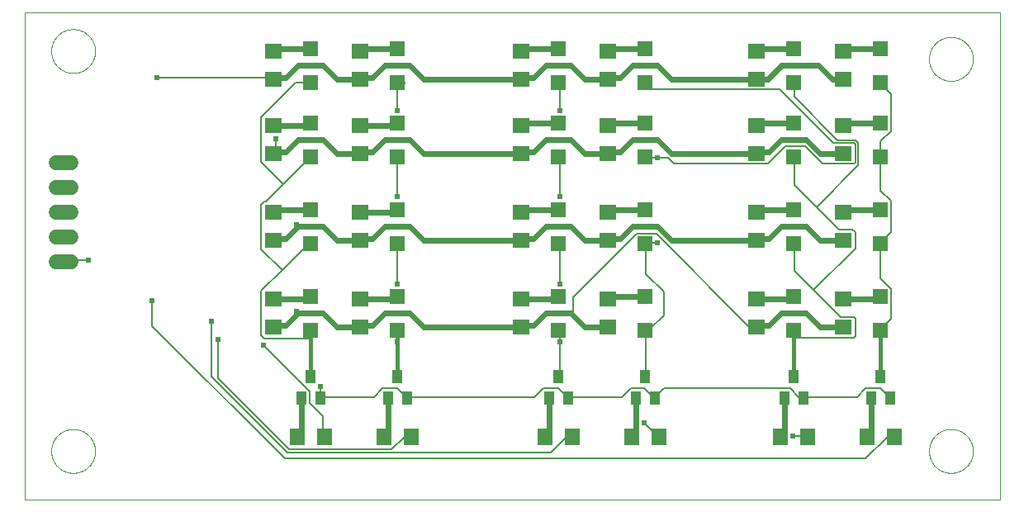
<source format=gtl>
G75*
%MOIN*%
%OFA0B0*%
%FSLAX25Y25*%
%IPPOS*%
%LPD*%
%AMOC8*
5,1,8,0,0,1.08239X$1,22.5*
%
%ADD10C,0.00000*%
%ADD11C,0.06000*%
%ADD12R,0.05906X0.05906*%
%ADD13R,0.07098X0.06299*%
%ADD14R,0.06299X0.07098*%
%ADD15R,0.03937X0.05512*%
%ADD16C,0.02400*%
%ADD17C,0.00600*%
%ADD18C,0.02400*%
%ADD19C,0.01600*%
D10*
X0001000Y0001000D02*
X0001000Y0197850D01*
X0394701Y0197850D01*
X0394701Y0001000D01*
X0001000Y0001000D01*
X0011827Y0020685D02*
X0011830Y0020902D01*
X0011838Y0021120D01*
X0011851Y0021337D01*
X0011870Y0021553D01*
X0011894Y0021769D01*
X0011923Y0021985D01*
X0011957Y0022199D01*
X0011997Y0022413D01*
X0012042Y0022626D01*
X0012092Y0022837D01*
X0012148Y0023048D01*
X0012208Y0023256D01*
X0012274Y0023464D01*
X0012345Y0023669D01*
X0012421Y0023873D01*
X0012501Y0024075D01*
X0012587Y0024275D01*
X0012677Y0024472D01*
X0012773Y0024668D01*
X0012873Y0024861D01*
X0012978Y0025051D01*
X0013087Y0025239D01*
X0013201Y0025424D01*
X0013320Y0025606D01*
X0013443Y0025786D01*
X0013570Y0025962D01*
X0013702Y0026135D01*
X0013838Y0026304D01*
X0013978Y0026471D01*
X0014122Y0026634D01*
X0014270Y0026793D01*
X0014421Y0026949D01*
X0014577Y0027100D01*
X0014736Y0027248D01*
X0014899Y0027392D01*
X0015066Y0027532D01*
X0015235Y0027668D01*
X0015408Y0027800D01*
X0015584Y0027927D01*
X0015764Y0028050D01*
X0015946Y0028169D01*
X0016131Y0028283D01*
X0016319Y0028392D01*
X0016509Y0028497D01*
X0016702Y0028597D01*
X0016898Y0028693D01*
X0017095Y0028783D01*
X0017295Y0028869D01*
X0017497Y0028949D01*
X0017701Y0029025D01*
X0017906Y0029096D01*
X0018114Y0029162D01*
X0018322Y0029222D01*
X0018533Y0029278D01*
X0018744Y0029328D01*
X0018957Y0029373D01*
X0019171Y0029413D01*
X0019385Y0029447D01*
X0019601Y0029476D01*
X0019817Y0029500D01*
X0020033Y0029519D01*
X0020250Y0029532D01*
X0020468Y0029540D01*
X0020685Y0029543D01*
X0020902Y0029540D01*
X0021120Y0029532D01*
X0021337Y0029519D01*
X0021553Y0029500D01*
X0021769Y0029476D01*
X0021985Y0029447D01*
X0022199Y0029413D01*
X0022413Y0029373D01*
X0022626Y0029328D01*
X0022837Y0029278D01*
X0023048Y0029222D01*
X0023256Y0029162D01*
X0023464Y0029096D01*
X0023669Y0029025D01*
X0023873Y0028949D01*
X0024075Y0028869D01*
X0024275Y0028783D01*
X0024472Y0028693D01*
X0024668Y0028597D01*
X0024861Y0028497D01*
X0025051Y0028392D01*
X0025239Y0028283D01*
X0025424Y0028169D01*
X0025606Y0028050D01*
X0025786Y0027927D01*
X0025962Y0027800D01*
X0026135Y0027668D01*
X0026304Y0027532D01*
X0026471Y0027392D01*
X0026634Y0027248D01*
X0026793Y0027100D01*
X0026949Y0026949D01*
X0027100Y0026793D01*
X0027248Y0026634D01*
X0027392Y0026471D01*
X0027532Y0026304D01*
X0027668Y0026135D01*
X0027800Y0025962D01*
X0027927Y0025786D01*
X0028050Y0025606D01*
X0028169Y0025424D01*
X0028283Y0025239D01*
X0028392Y0025051D01*
X0028497Y0024861D01*
X0028597Y0024668D01*
X0028693Y0024472D01*
X0028783Y0024275D01*
X0028869Y0024075D01*
X0028949Y0023873D01*
X0029025Y0023669D01*
X0029096Y0023464D01*
X0029162Y0023256D01*
X0029222Y0023048D01*
X0029278Y0022837D01*
X0029328Y0022626D01*
X0029373Y0022413D01*
X0029413Y0022199D01*
X0029447Y0021985D01*
X0029476Y0021769D01*
X0029500Y0021553D01*
X0029519Y0021337D01*
X0029532Y0021120D01*
X0029540Y0020902D01*
X0029543Y0020685D01*
X0029540Y0020468D01*
X0029532Y0020250D01*
X0029519Y0020033D01*
X0029500Y0019817D01*
X0029476Y0019601D01*
X0029447Y0019385D01*
X0029413Y0019171D01*
X0029373Y0018957D01*
X0029328Y0018744D01*
X0029278Y0018533D01*
X0029222Y0018322D01*
X0029162Y0018114D01*
X0029096Y0017906D01*
X0029025Y0017701D01*
X0028949Y0017497D01*
X0028869Y0017295D01*
X0028783Y0017095D01*
X0028693Y0016898D01*
X0028597Y0016702D01*
X0028497Y0016509D01*
X0028392Y0016319D01*
X0028283Y0016131D01*
X0028169Y0015946D01*
X0028050Y0015764D01*
X0027927Y0015584D01*
X0027800Y0015408D01*
X0027668Y0015235D01*
X0027532Y0015066D01*
X0027392Y0014899D01*
X0027248Y0014736D01*
X0027100Y0014577D01*
X0026949Y0014421D01*
X0026793Y0014270D01*
X0026634Y0014122D01*
X0026471Y0013978D01*
X0026304Y0013838D01*
X0026135Y0013702D01*
X0025962Y0013570D01*
X0025786Y0013443D01*
X0025606Y0013320D01*
X0025424Y0013201D01*
X0025239Y0013087D01*
X0025051Y0012978D01*
X0024861Y0012873D01*
X0024668Y0012773D01*
X0024472Y0012677D01*
X0024275Y0012587D01*
X0024075Y0012501D01*
X0023873Y0012421D01*
X0023669Y0012345D01*
X0023464Y0012274D01*
X0023256Y0012208D01*
X0023048Y0012148D01*
X0022837Y0012092D01*
X0022626Y0012042D01*
X0022413Y0011997D01*
X0022199Y0011957D01*
X0021985Y0011923D01*
X0021769Y0011894D01*
X0021553Y0011870D01*
X0021337Y0011851D01*
X0021120Y0011838D01*
X0020902Y0011830D01*
X0020685Y0011827D01*
X0020468Y0011830D01*
X0020250Y0011838D01*
X0020033Y0011851D01*
X0019817Y0011870D01*
X0019601Y0011894D01*
X0019385Y0011923D01*
X0019171Y0011957D01*
X0018957Y0011997D01*
X0018744Y0012042D01*
X0018533Y0012092D01*
X0018322Y0012148D01*
X0018114Y0012208D01*
X0017906Y0012274D01*
X0017701Y0012345D01*
X0017497Y0012421D01*
X0017295Y0012501D01*
X0017095Y0012587D01*
X0016898Y0012677D01*
X0016702Y0012773D01*
X0016509Y0012873D01*
X0016319Y0012978D01*
X0016131Y0013087D01*
X0015946Y0013201D01*
X0015764Y0013320D01*
X0015584Y0013443D01*
X0015408Y0013570D01*
X0015235Y0013702D01*
X0015066Y0013838D01*
X0014899Y0013978D01*
X0014736Y0014122D01*
X0014577Y0014270D01*
X0014421Y0014421D01*
X0014270Y0014577D01*
X0014122Y0014736D01*
X0013978Y0014899D01*
X0013838Y0015066D01*
X0013702Y0015235D01*
X0013570Y0015408D01*
X0013443Y0015584D01*
X0013320Y0015764D01*
X0013201Y0015946D01*
X0013087Y0016131D01*
X0012978Y0016319D01*
X0012873Y0016509D01*
X0012773Y0016702D01*
X0012677Y0016898D01*
X0012587Y0017095D01*
X0012501Y0017295D01*
X0012421Y0017497D01*
X0012345Y0017701D01*
X0012274Y0017906D01*
X0012208Y0018114D01*
X0012148Y0018322D01*
X0012092Y0018533D01*
X0012042Y0018744D01*
X0011997Y0018957D01*
X0011957Y0019171D01*
X0011923Y0019385D01*
X0011894Y0019601D01*
X0011870Y0019817D01*
X0011851Y0020033D01*
X0011838Y0020250D01*
X0011830Y0020468D01*
X0011827Y0020685D01*
X0011827Y0182102D02*
X0011830Y0182319D01*
X0011838Y0182537D01*
X0011851Y0182754D01*
X0011870Y0182970D01*
X0011894Y0183186D01*
X0011923Y0183402D01*
X0011957Y0183616D01*
X0011997Y0183830D01*
X0012042Y0184043D01*
X0012092Y0184254D01*
X0012148Y0184465D01*
X0012208Y0184673D01*
X0012274Y0184881D01*
X0012345Y0185086D01*
X0012421Y0185290D01*
X0012501Y0185492D01*
X0012587Y0185692D01*
X0012677Y0185889D01*
X0012773Y0186085D01*
X0012873Y0186278D01*
X0012978Y0186468D01*
X0013087Y0186656D01*
X0013201Y0186841D01*
X0013320Y0187023D01*
X0013443Y0187203D01*
X0013570Y0187379D01*
X0013702Y0187552D01*
X0013838Y0187721D01*
X0013978Y0187888D01*
X0014122Y0188051D01*
X0014270Y0188210D01*
X0014421Y0188366D01*
X0014577Y0188517D01*
X0014736Y0188665D01*
X0014899Y0188809D01*
X0015066Y0188949D01*
X0015235Y0189085D01*
X0015408Y0189217D01*
X0015584Y0189344D01*
X0015764Y0189467D01*
X0015946Y0189586D01*
X0016131Y0189700D01*
X0016319Y0189809D01*
X0016509Y0189914D01*
X0016702Y0190014D01*
X0016898Y0190110D01*
X0017095Y0190200D01*
X0017295Y0190286D01*
X0017497Y0190366D01*
X0017701Y0190442D01*
X0017906Y0190513D01*
X0018114Y0190579D01*
X0018322Y0190639D01*
X0018533Y0190695D01*
X0018744Y0190745D01*
X0018957Y0190790D01*
X0019171Y0190830D01*
X0019385Y0190864D01*
X0019601Y0190893D01*
X0019817Y0190917D01*
X0020033Y0190936D01*
X0020250Y0190949D01*
X0020468Y0190957D01*
X0020685Y0190960D01*
X0020902Y0190957D01*
X0021120Y0190949D01*
X0021337Y0190936D01*
X0021553Y0190917D01*
X0021769Y0190893D01*
X0021985Y0190864D01*
X0022199Y0190830D01*
X0022413Y0190790D01*
X0022626Y0190745D01*
X0022837Y0190695D01*
X0023048Y0190639D01*
X0023256Y0190579D01*
X0023464Y0190513D01*
X0023669Y0190442D01*
X0023873Y0190366D01*
X0024075Y0190286D01*
X0024275Y0190200D01*
X0024472Y0190110D01*
X0024668Y0190014D01*
X0024861Y0189914D01*
X0025051Y0189809D01*
X0025239Y0189700D01*
X0025424Y0189586D01*
X0025606Y0189467D01*
X0025786Y0189344D01*
X0025962Y0189217D01*
X0026135Y0189085D01*
X0026304Y0188949D01*
X0026471Y0188809D01*
X0026634Y0188665D01*
X0026793Y0188517D01*
X0026949Y0188366D01*
X0027100Y0188210D01*
X0027248Y0188051D01*
X0027392Y0187888D01*
X0027532Y0187721D01*
X0027668Y0187552D01*
X0027800Y0187379D01*
X0027927Y0187203D01*
X0028050Y0187023D01*
X0028169Y0186841D01*
X0028283Y0186656D01*
X0028392Y0186468D01*
X0028497Y0186278D01*
X0028597Y0186085D01*
X0028693Y0185889D01*
X0028783Y0185692D01*
X0028869Y0185492D01*
X0028949Y0185290D01*
X0029025Y0185086D01*
X0029096Y0184881D01*
X0029162Y0184673D01*
X0029222Y0184465D01*
X0029278Y0184254D01*
X0029328Y0184043D01*
X0029373Y0183830D01*
X0029413Y0183616D01*
X0029447Y0183402D01*
X0029476Y0183186D01*
X0029500Y0182970D01*
X0029519Y0182754D01*
X0029532Y0182537D01*
X0029540Y0182319D01*
X0029543Y0182102D01*
X0029540Y0181885D01*
X0029532Y0181667D01*
X0029519Y0181450D01*
X0029500Y0181234D01*
X0029476Y0181018D01*
X0029447Y0180802D01*
X0029413Y0180588D01*
X0029373Y0180374D01*
X0029328Y0180161D01*
X0029278Y0179950D01*
X0029222Y0179739D01*
X0029162Y0179531D01*
X0029096Y0179323D01*
X0029025Y0179118D01*
X0028949Y0178914D01*
X0028869Y0178712D01*
X0028783Y0178512D01*
X0028693Y0178315D01*
X0028597Y0178119D01*
X0028497Y0177926D01*
X0028392Y0177736D01*
X0028283Y0177548D01*
X0028169Y0177363D01*
X0028050Y0177181D01*
X0027927Y0177001D01*
X0027800Y0176825D01*
X0027668Y0176652D01*
X0027532Y0176483D01*
X0027392Y0176316D01*
X0027248Y0176153D01*
X0027100Y0175994D01*
X0026949Y0175838D01*
X0026793Y0175687D01*
X0026634Y0175539D01*
X0026471Y0175395D01*
X0026304Y0175255D01*
X0026135Y0175119D01*
X0025962Y0174987D01*
X0025786Y0174860D01*
X0025606Y0174737D01*
X0025424Y0174618D01*
X0025239Y0174504D01*
X0025051Y0174395D01*
X0024861Y0174290D01*
X0024668Y0174190D01*
X0024472Y0174094D01*
X0024275Y0174004D01*
X0024075Y0173918D01*
X0023873Y0173838D01*
X0023669Y0173762D01*
X0023464Y0173691D01*
X0023256Y0173625D01*
X0023048Y0173565D01*
X0022837Y0173509D01*
X0022626Y0173459D01*
X0022413Y0173414D01*
X0022199Y0173374D01*
X0021985Y0173340D01*
X0021769Y0173311D01*
X0021553Y0173287D01*
X0021337Y0173268D01*
X0021120Y0173255D01*
X0020902Y0173247D01*
X0020685Y0173244D01*
X0020468Y0173247D01*
X0020250Y0173255D01*
X0020033Y0173268D01*
X0019817Y0173287D01*
X0019601Y0173311D01*
X0019385Y0173340D01*
X0019171Y0173374D01*
X0018957Y0173414D01*
X0018744Y0173459D01*
X0018533Y0173509D01*
X0018322Y0173565D01*
X0018114Y0173625D01*
X0017906Y0173691D01*
X0017701Y0173762D01*
X0017497Y0173838D01*
X0017295Y0173918D01*
X0017095Y0174004D01*
X0016898Y0174094D01*
X0016702Y0174190D01*
X0016509Y0174290D01*
X0016319Y0174395D01*
X0016131Y0174504D01*
X0015946Y0174618D01*
X0015764Y0174737D01*
X0015584Y0174860D01*
X0015408Y0174987D01*
X0015235Y0175119D01*
X0015066Y0175255D01*
X0014899Y0175395D01*
X0014736Y0175539D01*
X0014577Y0175687D01*
X0014421Y0175838D01*
X0014270Y0175994D01*
X0014122Y0176153D01*
X0013978Y0176316D01*
X0013838Y0176483D01*
X0013702Y0176652D01*
X0013570Y0176825D01*
X0013443Y0177001D01*
X0013320Y0177181D01*
X0013201Y0177363D01*
X0013087Y0177548D01*
X0012978Y0177736D01*
X0012873Y0177926D01*
X0012773Y0178119D01*
X0012677Y0178315D01*
X0012587Y0178512D01*
X0012501Y0178712D01*
X0012421Y0178914D01*
X0012345Y0179118D01*
X0012274Y0179323D01*
X0012208Y0179531D01*
X0012148Y0179739D01*
X0012092Y0179950D01*
X0012042Y0180161D01*
X0011997Y0180374D01*
X0011957Y0180588D01*
X0011923Y0180802D01*
X0011894Y0181018D01*
X0011870Y0181234D01*
X0011851Y0181450D01*
X0011838Y0181667D01*
X0011830Y0181885D01*
X0011827Y0182102D01*
X0366158Y0178953D02*
X0366161Y0179170D01*
X0366169Y0179388D01*
X0366182Y0179605D01*
X0366201Y0179821D01*
X0366225Y0180037D01*
X0366254Y0180253D01*
X0366288Y0180467D01*
X0366328Y0180681D01*
X0366373Y0180894D01*
X0366423Y0181105D01*
X0366479Y0181316D01*
X0366539Y0181524D01*
X0366605Y0181732D01*
X0366676Y0181937D01*
X0366752Y0182141D01*
X0366832Y0182343D01*
X0366918Y0182543D01*
X0367008Y0182740D01*
X0367104Y0182936D01*
X0367204Y0183129D01*
X0367309Y0183319D01*
X0367418Y0183507D01*
X0367532Y0183692D01*
X0367651Y0183874D01*
X0367774Y0184054D01*
X0367901Y0184230D01*
X0368033Y0184403D01*
X0368169Y0184572D01*
X0368309Y0184739D01*
X0368453Y0184902D01*
X0368601Y0185061D01*
X0368752Y0185217D01*
X0368908Y0185368D01*
X0369067Y0185516D01*
X0369230Y0185660D01*
X0369397Y0185800D01*
X0369566Y0185936D01*
X0369739Y0186068D01*
X0369915Y0186195D01*
X0370095Y0186318D01*
X0370277Y0186437D01*
X0370462Y0186551D01*
X0370650Y0186660D01*
X0370840Y0186765D01*
X0371033Y0186865D01*
X0371229Y0186961D01*
X0371426Y0187051D01*
X0371626Y0187137D01*
X0371828Y0187217D01*
X0372032Y0187293D01*
X0372237Y0187364D01*
X0372445Y0187430D01*
X0372653Y0187490D01*
X0372864Y0187546D01*
X0373075Y0187596D01*
X0373288Y0187641D01*
X0373502Y0187681D01*
X0373716Y0187715D01*
X0373932Y0187744D01*
X0374148Y0187768D01*
X0374364Y0187787D01*
X0374581Y0187800D01*
X0374799Y0187808D01*
X0375016Y0187811D01*
X0375233Y0187808D01*
X0375451Y0187800D01*
X0375668Y0187787D01*
X0375884Y0187768D01*
X0376100Y0187744D01*
X0376316Y0187715D01*
X0376530Y0187681D01*
X0376744Y0187641D01*
X0376957Y0187596D01*
X0377168Y0187546D01*
X0377379Y0187490D01*
X0377587Y0187430D01*
X0377795Y0187364D01*
X0378000Y0187293D01*
X0378204Y0187217D01*
X0378406Y0187137D01*
X0378606Y0187051D01*
X0378803Y0186961D01*
X0378999Y0186865D01*
X0379192Y0186765D01*
X0379382Y0186660D01*
X0379570Y0186551D01*
X0379755Y0186437D01*
X0379937Y0186318D01*
X0380117Y0186195D01*
X0380293Y0186068D01*
X0380466Y0185936D01*
X0380635Y0185800D01*
X0380802Y0185660D01*
X0380965Y0185516D01*
X0381124Y0185368D01*
X0381280Y0185217D01*
X0381431Y0185061D01*
X0381579Y0184902D01*
X0381723Y0184739D01*
X0381863Y0184572D01*
X0381999Y0184403D01*
X0382131Y0184230D01*
X0382258Y0184054D01*
X0382381Y0183874D01*
X0382500Y0183692D01*
X0382614Y0183507D01*
X0382723Y0183319D01*
X0382828Y0183129D01*
X0382928Y0182936D01*
X0383024Y0182740D01*
X0383114Y0182543D01*
X0383200Y0182343D01*
X0383280Y0182141D01*
X0383356Y0181937D01*
X0383427Y0181732D01*
X0383493Y0181524D01*
X0383553Y0181316D01*
X0383609Y0181105D01*
X0383659Y0180894D01*
X0383704Y0180681D01*
X0383744Y0180467D01*
X0383778Y0180253D01*
X0383807Y0180037D01*
X0383831Y0179821D01*
X0383850Y0179605D01*
X0383863Y0179388D01*
X0383871Y0179170D01*
X0383874Y0178953D01*
X0383871Y0178736D01*
X0383863Y0178518D01*
X0383850Y0178301D01*
X0383831Y0178085D01*
X0383807Y0177869D01*
X0383778Y0177653D01*
X0383744Y0177439D01*
X0383704Y0177225D01*
X0383659Y0177012D01*
X0383609Y0176801D01*
X0383553Y0176590D01*
X0383493Y0176382D01*
X0383427Y0176174D01*
X0383356Y0175969D01*
X0383280Y0175765D01*
X0383200Y0175563D01*
X0383114Y0175363D01*
X0383024Y0175166D01*
X0382928Y0174970D01*
X0382828Y0174777D01*
X0382723Y0174587D01*
X0382614Y0174399D01*
X0382500Y0174214D01*
X0382381Y0174032D01*
X0382258Y0173852D01*
X0382131Y0173676D01*
X0381999Y0173503D01*
X0381863Y0173334D01*
X0381723Y0173167D01*
X0381579Y0173004D01*
X0381431Y0172845D01*
X0381280Y0172689D01*
X0381124Y0172538D01*
X0380965Y0172390D01*
X0380802Y0172246D01*
X0380635Y0172106D01*
X0380466Y0171970D01*
X0380293Y0171838D01*
X0380117Y0171711D01*
X0379937Y0171588D01*
X0379755Y0171469D01*
X0379570Y0171355D01*
X0379382Y0171246D01*
X0379192Y0171141D01*
X0378999Y0171041D01*
X0378803Y0170945D01*
X0378606Y0170855D01*
X0378406Y0170769D01*
X0378204Y0170689D01*
X0378000Y0170613D01*
X0377795Y0170542D01*
X0377587Y0170476D01*
X0377379Y0170416D01*
X0377168Y0170360D01*
X0376957Y0170310D01*
X0376744Y0170265D01*
X0376530Y0170225D01*
X0376316Y0170191D01*
X0376100Y0170162D01*
X0375884Y0170138D01*
X0375668Y0170119D01*
X0375451Y0170106D01*
X0375233Y0170098D01*
X0375016Y0170095D01*
X0374799Y0170098D01*
X0374581Y0170106D01*
X0374364Y0170119D01*
X0374148Y0170138D01*
X0373932Y0170162D01*
X0373716Y0170191D01*
X0373502Y0170225D01*
X0373288Y0170265D01*
X0373075Y0170310D01*
X0372864Y0170360D01*
X0372653Y0170416D01*
X0372445Y0170476D01*
X0372237Y0170542D01*
X0372032Y0170613D01*
X0371828Y0170689D01*
X0371626Y0170769D01*
X0371426Y0170855D01*
X0371229Y0170945D01*
X0371033Y0171041D01*
X0370840Y0171141D01*
X0370650Y0171246D01*
X0370462Y0171355D01*
X0370277Y0171469D01*
X0370095Y0171588D01*
X0369915Y0171711D01*
X0369739Y0171838D01*
X0369566Y0171970D01*
X0369397Y0172106D01*
X0369230Y0172246D01*
X0369067Y0172390D01*
X0368908Y0172538D01*
X0368752Y0172689D01*
X0368601Y0172845D01*
X0368453Y0173004D01*
X0368309Y0173167D01*
X0368169Y0173334D01*
X0368033Y0173503D01*
X0367901Y0173676D01*
X0367774Y0173852D01*
X0367651Y0174032D01*
X0367532Y0174214D01*
X0367418Y0174399D01*
X0367309Y0174587D01*
X0367204Y0174777D01*
X0367104Y0174970D01*
X0367008Y0175166D01*
X0366918Y0175363D01*
X0366832Y0175563D01*
X0366752Y0175765D01*
X0366676Y0175969D01*
X0366605Y0176174D01*
X0366539Y0176382D01*
X0366479Y0176590D01*
X0366423Y0176801D01*
X0366373Y0177012D01*
X0366328Y0177225D01*
X0366288Y0177439D01*
X0366254Y0177653D01*
X0366225Y0177869D01*
X0366201Y0178085D01*
X0366182Y0178301D01*
X0366169Y0178518D01*
X0366161Y0178736D01*
X0366158Y0178953D01*
X0366158Y0020685D02*
X0366161Y0020902D01*
X0366169Y0021120D01*
X0366182Y0021337D01*
X0366201Y0021553D01*
X0366225Y0021769D01*
X0366254Y0021985D01*
X0366288Y0022199D01*
X0366328Y0022413D01*
X0366373Y0022626D01*
X0366423Y0022837D01*
X0366479Y0023048D01*
X0366539Y0023256D01*
X0366605Y0023464D01*
X0366676Y0023669D01*
X0366752Y0023873D01*
X0366832Y0024075D01*
X0366918Y0024275D01*
X0367008Y0024472D01*
X0367104Y0024668D01*
X0367204Y0024861D01*
X0367309Y0025051D01*
X0367418Y0025239D01*
X0367532Y0025424D01*
X0367651Y0025606D01*
X0367774Y0025786D01*
X0367901Y0025962D01*
X0368033Y0026135D01*
X0368169Y0026304D01*
X0368309Y0026471D01*
X0368453Y0026634D01*
X0368601Y0026793D01*
X0368752Y0026949D01*
X0368908Y0027100D01*
X0369067Y0027248D01*
X0369230Y0027392D01*
X0369397Y0027532D01*
X0369566Y0027668D01*
X0369739Y0027800D01*
X0369915Y0027927D01*
X0370095Y0028050D01*
X0370277Y0028169D01*
X0370462Y0028283D01*
X0370650Y0028392D01*
X0370840Y0028497D01*
X0371033Y0028597D01*
X0371229Y0028693D01*
X0371426Y0028783D01*
X0371626Y0028869D01*
X0371828Y0028949D01*
X0372032Y0029025D01*
X0372237Y0029096D01*
X0372445Y0029162D01*
X0372653Y0029222D01*
X0372864Y0029278D01*
X0373075Y0029328D01*
X0373288Y0029373D01*
X0373502Y0029413D01*
X0373716Y0029447D01*
X0373932Y0029476D01*
X0374148Y0029500D01*
X0374364Y0029519D01*
X0374581Y0029532D01*
X0374799Y0029540D01*
X0375016Y0029543D01*
X0375233Y0029540D01*
X0375451Y0029532D01*
X0375668Y0029519D01*
X0375884Y0029500D01*
X0376100Y0029476D01*
X0376316Y0029447D01*
X0376530Y0029413D01*
X0376744Y0029373D01*
X0376957Y0029328D01*
X0377168Y0029278D01*
X0377379Y0029222D01*
X0377587Y0029162D01*
X0377795Y0029096D01*
X0378000Y0029025D01*
X0378204Y0028949D01*
X0378406Y0028869D01*
X0378606Y0028783D01*
X0378803Y0028693D01*
X0378999Y0028597D01*
X0379192Y0028497D01*
X0379382Y0028392D01*
X0379570Y0028283D01*
X0379755Y0028169D01*
X0379937Y0028050D01*
X0380117Y0027927D01*
X0380293Y0027800D01*
X0380466Y0027668D01*
X0380635Y0027532D01*
X0380802Y0027392D01*
X0380965Y0027248D01*
X0381124Y0027100D01*
X0381280Y0026949D01*
X0381431Y0026793D01*
X0381579Y0026634D01*
X0381723Y0026471D01*
X0381863Y0026304D01*
X0381999Y0026135D01*
X0382131Y0025962D01*
X0382258Y0025786D01*
X0382381Y0025606D01*
X0382500Y0025424D01*
X0382614Y0025239D01*
X0382723Y0025051D01*
X0382828Y0024861D01*
X0382928Y0024668D01*
X0383024Y0024472D01*
X0383114Y0024275D01*
X0383200Y0024075D01*
X0383280Y0023873D01*
X0383356Y0023669D01*
X0383427Y0023464D01*
X0383493Y0023256D01*
X0383553Y0023048D01*
X0383609Y0022837D01*
X0383659Y0022626D01*
X0383704Y0022413D01*
X0383744Y0022199D01*
X0383778Y0021985D01*
X0383807Y0021769D01*
X0383831Y0021553D01*
X0383850Y0021337D01*
X0383863Y0021120D01*
X0383871Y0020902D01*
X0383874Y0020685D01*
X0383871Y0020468D01*
X0383863Y0020250D01*
X0383850Y0020033D01*
X0383831Y0019817D01*
X0383807Y0019601D01*
X0383778Y0019385D01*
X0383744Y0019171D01*
X0383704Y0018957D01*
X0383659Y0018744D01*
X0383609Y0018533D01*
X0383553Y0018322D01*
X0383493Y0018114D01*
X0383427Y0017906D01*
X0383356Y0017701D01*
X0383280Y0017497D01*
X0383200Y0017295D01*
X0383114Y0017095D01*
X0383024Y0016898D01*
X0382928Y0016702D01*
X0382828Y0016509D01*
X0382723Y0016319D01*
X0382614Y0016131D01*
X0382500Y0015946D01*
X0382381Y0015764D01*
X0382258Y0015584D01*
X0382131Y0015408D01*
X0381999Y0015235D01*
X0381863Y0015066D01*
X0381723Y0014899D01*
X0381579Y0014736D01*
X0381431Y0014577D01*
X0381280Y0014421D01*
X0381124Y0014270D01*
X0380965Y0014122D01*
X0380802Y0013978D01*
X0380635Y0013838D01*
X0380466Y0013702D01*
X0380293Y0013570D01*
X0380117Y0013443D01*
X0379937Y0013320D01*
X0379755Y0013201D01*
X0379570Y0013087D01*
X0379382Y0012978D01*
X0379192Y0012873D01*
X0378999Y0012773D01*
X0378803Y0012677D01*
X0378606Y0012587D01*
X0378406Y0012501D01*
X0378204Y0012421D01*
X0378000Y0012345D01*
X0377795Y0012274D01*
X0377587Y0012208D01*
X0377379Y0012148D01*
X0377168Y0012092D01*
X0376957Y0012042D01*
X0376744Y0011997D01*
X0376530Y0011957D01*
X0376316Y0011923D01*
X0376100Y0011894D01*
X0375884Y0011870D01*
X0375668Y0011851D01*
X0375451Y0011838D01*
X0375233Y0011830D01*
X0375016Y0011827D01*
X0374799Y0011830D01*
X0374581Y0011838D01*
X0374364Y0011851D01*
X0374148Y0011870D01*
X0373932Y0011894D01*
X0373716Y0011923D01*
X0373502Y0011957D01*
X0373288Y0011997D01*
X0373075Y0012042D01*
X0372864Y0012092D01*
X0372653Y0012148D01*
X0372445Y0012208D01*
X0372237Y0012274D01*
X0372032Y0012345D01*
X0371828Y0012421D01*
X0371626Y0012501D01*
X0371426Y0012587D01*
X0371229Y0012677D01*
X0371033Y0012773D01*
X0370840Y0012873D01*
X0370650Y0012978D01*
X0370462Y0013087D01*
X0370277Y0013201D01*
X0370095Y0013320D01*
X0369915Y0013443D01*
X0369739Y0013570D01*
X0369566Y0013702D01*
X0369397Y0013838D01*
X0369230Y0013978D01*
X0369067Y0014122D01*
X0368908Y0014270D01*
X0368752Y0014421D01*
X0368601Y0014577D01*
X0368453Y0014736D01*
X0368309Y0014899D01*
X0368169Y0015066D01*
X0368033Y0015235D01*
X0367901Y0015408D01*
X0367774Y0015584D01*
X0367651Y0015764D01*
X0367532Y0015946D01*
X0367418Y0016131D01*
X0367309Y0016319D01*
X0367204Y0016509D01*
X0367104Y0016702D01*
X0367008Y0016898D01*
X0366918Y0017095D01*
X0366832Y0017295D01*
X0366752Y0017497D01*
X0366676Y0017701D01*
X0366605Y0017906D01*
X0366539Y0018114D01*
X0366479Y0018322D01*
X0366423Y0018533D01*
X0366373Y0018744D01*
X0366328Y0018957D01*
X0366288Y0019171D01*
X0366254Y0019385D01*
X0366225Y0019601D01*
X0366201Y0019817D01*
X0366182Y0020033D01*
X0366169Y0020250D01*
X0366161Y0020468D01*
X0366158Y0020685D01*
D11*
X0019906Y0097063D02*
X0013906Y0097063D01*
X0013906Y0107063D02*
X0019906Y0107063D01*
X0019906Y0117063D02*
X0013906Y0117063D01*
X0013906Y0127063D02*
X0019906Y0127063D01*
X0019906Y0137063D02*
X0013906Y0137063D01*
D12*
X0116591Y0139425D03*
X0116591Y0153205D03*
X0116591Y0169425D03*
X0116591Y0183205D03*
X0151591Y0183205D03*
X0151591Y0169425D03*
X0151591Y0153205D03*
X0151591Y0139425D03*
X0151591Y0118205D03*
X0151591Y0104425D03*
X0116591Y0104425D03*
X0116591Y0118205D03*
X0116591Y0083205D03*
X0116591Y0069425D03*
X0151591Y0069425D03*
X0151591Y0083205D03*
X0216591Y0083205D03*
X0216591Y0069425D03*
X0251591Y0069425D03*
X0251591Y0083205D03*
X0251591Y0104425D03*
X0251591Y0118205D03*
X0216591Y0118205D03*
X0216591Y0104425D03*
X0216591Y0139425D03*
X0216591Y0153205D03*
X0216591Y0169425D03*
X0216591Y0183205D03*
X0251591Y0183205D03*
X0251591Y0169425D03*
X0251591Y0153205D03*
X0251591Y0139425D03*
X0311591Y0139425D03*
X0311591Y0153205D03*
X0311591Y0169425D03*
X0311591Y0183205D03*
X0346591Y0183205D03*
X0346591Y0169425D03*
X0346591Y0153205D03*
X0346591Y0139425D03*
X0346591Y0118205D03*
X0346591Y0104425D03*
X0311591Y0104425D03*
X0311591Y0118205D03*
X0311591Y0083205D03*
X0311591Y0069425D03*
X0346591Y0069425D03*
X0346591Y0083205D03*
D13*
X0331591Y0081913D03*
X0331591Y0070717D03*
X0296591Y0070717D03*
X0296591Y0081913D03*
X0296591Y0105717D03*
X0296591Y0116913D03*
X0331591Y0116913D03*
X0331591Y0105717D03*
X0331591Y0140717D03*
X0331591Y0151913D03*
X0331591Y0170717D03*
X0331591Y0181913D03*
X0296591Y0181913D03*
X0296591Y0170717D03*
X0296591Y0151913D03*
X0296591Y0140717D03*
X0236591Y0140717D03*
X0236591Y0151913D03*
X0236591Y0170717D03*
X0236591Y0181913D03*
X0201591Y0181913D03*
X0201591Y0170717D03*
X0201591Y0151913D03*
X0201591Y0140717D03*
X0201591Y0116913D03*
X0201591Y0105717D03*
X0236591Y0105717D03*
X0236591Y0116913D03*
X0236591Y0081913D03*
X0236591Y0070717D03*
X0201591Y0070717D03*
X0201591Y0081913D03*
X0136591Y0081913D03*
X0136591Y0070717D03*
X0101591Y0070717D03*
X0101591Y0081913D03*
X0101591Y0105717D03*
X0101591Y0116913D03*
X0136591Y0116913D03*
X0136591Y0105717D03*
X0136591Y0140717D03*
X0136591Y0151913D03*
X0136591Y0170717D03*
X0136591Y0181913D03*
X0101591Y0181913D03*
X0101591Y0170717D03*
X0101591Y0151913D03*
X0101591Y0140717D03*
D14*
X0110992Y0026315D03*
X0122189Y0026315D03*
X0145992Y0026315D03*
X0157189Y0026315D03*
X0210992Y0026315D03*
X0222189Y0026315D03*
X0245992Y0026315D03*
X0257189Y0026315D03*
X0305992Y0026315D03*
X0317189Y0026315D03*
X0340992Y0026315D03*
X0352189Y0026315D03*
D15*
X0350331Y0041984D03*
X0342850Y0041984D03*
X0346591Y0050646D03*
X0315331Y0041984D03*
X0307850Y0041984D03*
X0311591Y0050646D03*
X0255331Y0041984D03*
X0247850Y0041984D03*
X0251591Y0050646D03*
X0220331Y0041984D03*
X0212850Y0041984D03*
X0216591Y0050646D03*
X0155331Y0041984D03*
X0147850Y0041984D03*
X0151591Y0050646D03*
X0120331Y0041984D03*
X0112850Y0041984D03*
X0116591Y0050646D03*
D16*
X0112850Y0041984D02*
X0112850Y0028173D01*
X0110992Y0026315D01*
X0145992Y0026315D02*
X0147850Y0028173D01*
X0147850Y0041984D01*
X0141591Y0071315D02*
X0137189Y0071315D01*
X0136591Y0070717D01*
X0127189Y0070717D01*
X0121591Y0076315D01*
X0111591Y0076315D01*
X0106591Y0071315D01*
X0102189Y0071315D01*
X0101591Y0070717D01*
X0101591Y0081913D02*
X0115299Y0081913D01*
X0116591Y0083205D01*
X0136591Y0081913D02*
X0150299Y0081913D01*
X0151591Y0083205D01*
X0156591Y0076315D02*
X0146591Y0076315D01*
X0141591Y0071315D01*
X0156591Y0076315D02*
X0162189Y0070717D01*
X0201591Y0070717D01*
X0202189Y0071315D01*
X0206591Y0071315D01*
X0211591Y0076315D01*
X0221591Y0076315D01*
X0227189Y0070717D01*
X0236591Y0070717D01*
X0236591Y0081913D02*
X0237882Y0083205D01*
X0251591Y0083205D01*
X0216591Y0083205D02*
X0215299Y0081913D01*
X0201591Y0081913D01*
X0201591Y0105717D02*
X0162189Y0105717D01*
X0156591Y0111315D01*
X0146591Y0111315D01*
X0141591Y0106315D01*
X0137189Y0106315D01*
X0136591Y0105717D01*
X0127189Y0105717D01*
X0121591Y0111315D01*
X0111591Y0111315D01*
X0111538Y0111262D01*
X0106591Y0106315D01*
X0102189Y0106315D01*
X0101591Y0105717D01*
X0101591Y0116913D02*
X0102882Y0118205D01*
X0116591Y0118205D01*
X0136591Y0116913D02*
X0150299Y0116913D01*
X0151591Y0118205D01*
X0162189Y0140717D02*
X0156591Y0146315D01*
X0146591Y0146315D01*
X0141591Y0141315D01*
X0137189Y0141315D01*
X0136591Y0140717D01*
X0127189Y0140717D01*
X0121591Y0146315D01*
X0111591Y0146315D01*
X0106591Y0141315D01*
X0102189Y0141315D01*
X0101591Y0140717D01*
X0101591Y0151913D02*
X0115299Y0151913D01*
X0116591Y0153205D01*
X0136591Y0151913D02*
X0150299Y0151913D01*
X0151591Y0153205D01*
X0162189Y0140717D02*
X0201591Y0140717D01*
X0202189Y0141315D01*
X0206591Y0141315D01*
X0211591Y0146315D01*
X0221591Y0146315D01*
X0227189Y0140717D01*
X0236591Y0140717D01*
X0237189Y0141315D01*
X0241591Y0141315D01*
X0246591Y0146315D01*
X0256591Y0146315D01*
X0262189Y0140717D01*
X0296591Y0140717D01*
X0297189Y0141315D01*
X0301591Y0141315D01*
X0306591Y0146315D01*
X0316591Y0146315D01*
X0322189Y0140717D01*
X0331591Y0140717D01*
X0331591Y0151913D02*
X0332882Y0153205D01*
X0346591Y0153205D01*
X0331591Y0170717D02*
X0327189Y0170717D01*
X0321591Y0176315D01*
X0306591Y0176315D01*
X0300992Y0170717D01*
X0296591Y0170717D01*
X0262189Y0170717D01*
X0256591Y0176315D01*
X0246591Y0176315D01*
X0241591Y0171315D01*
X0237189Y0171315D01*
X0236591Y0170717D01*
X0227189Y0170717D01*
X0221591Y0176315D01*
X0211591Y0176315D01*
X0206591Y0171315D01*
X0202189Y0171315D01*
X0201591Y0170717D01*
X0162189Y0170717D01*
X0156591Y0176315D01*
X0146591Y0176315D01*
X0141591Y0171315D01*
X0137189Y0171315D01*
X0136591Y0170717D01*
X0127189Y0170717D01*
X0121591Y0176315D01*
X0111591Y0176315D01*
X0106591Y0171315D01*
X0102189Y0171315D01*
X0101591Y0170717D01*
X0101591Y0181913D02*
X0102882Y0183205D01*
X0116591Y0183205D01*
X0136591Y0181913D02*
X0137882Y0183205D01*
X0151591Y0183205D01*
X0151591Y0169425D02*
X0153480Y0169425D01*
X0201591Y0181913D02*
X0202882Y0183205D01*
X0216591Y0183205D01*
X0236591Y0181913D02*
X0237882Y0183205D01*
X0251591Y0183205D01*
X0296591Y0183205D02*
X0296591Y0181913D01*
X0296591Y0183205D02*
X0311591Y0183205D01*
X0331591Y0183205D02*
X0331591Y0181913D01*
X0331591Y0183205D02*
X0346591Y0183205D01*
X0311591Y0153205D02*
X0297882Y0153205D01*
X0296591Y0151913D01*
X0251591Y0153205D02*
X0237882Y0153205D01*
X0236591Y0151913D01*
X0216591Y0153205D02*
X0202882Y0153205D01*
X0201591Y0151913D01*
X0202882Y0118205D02*
X0201591Y0116913D01*
X0202882Y0118205D02*
X0216591Y0118205D01*
X0221591Y0111315D02*
X0211591Y0111315D01*
X0206591Y0106315D01*
X0202189Y0106315D01*
X0201591Y0105717D01*
X0221591Y0111315D02*
X0227189Y0105717D01*
X0236591Y0105717D01*
X0237189Y0106315D01*
X0241591Y0106315D01*
X0246591Y0111315D01*
X0256591Y0111315D01*
X0262189Y0105717D01*
X0296591Y0105717D01*
X0297189Y0106315D01*
X0301591Y0106315D01*
X0306591Y0111315D01*
X0316591Y0111315D01*
X0322189Y0105717D01*
X0331591Y0105717D01*
X0331591Y0116913D02*
X0332882Y0118205D01*
X0346591Y0118205D01*
X0311591Y0118205D02*
X0297882Y0118205D01*
X0296591Y0116913D01*
X0251591Y0118205D02*
X0237882Y0118205D01*
X0236591Y0116913D01*
X0296591Y0081913D02*
X0310299Y0081913D01*
X0311591Y0083205D01*
X0316591Y0076315D02*
X0306591Y0076315D01*
X0301591Y0071315D01*
X0297189Y0071315D01*
X0296591Y0070717D01*
X0316591Y0076315D02*
X0322189Y0070717D01*
X0331591Y0070717D01*
X0331591Y0081913D02*
X0345299Y0081913D01*
X0346591Y0083205D01*
X0342850Y0041984D02*
X0342850Y0028173D01*
X0340992Y0026315D01*
X0307850Y0028173D02*
X0305992Y0026315D01*
X0307850Y0028173D02*
X0307850Y0041984D01*
X0247850Y0041984D02*
X0247850Y0028173D01*
X0245992Y0026315D01*
X0212850Y0028173D02*
X0210992Y0026315D01*
X0212850Y0028173D02*
X0212850Y0041984D01*
D17*
X0210400Y0046000D02*
X0206800Y0042400D01*
X0155800Y0042400D01*
X0155331Y0041984D01*
X0155200Y0042400D01*
X0151600Y0046000D01*
X0145600Y0046000D01*
X0142000Y0042400D01*
X0120400Y0042400D01*
X0120331Y0041984D01*
X0120400Y0042400D02*
X0120400Y0046600D01*
X0116200Y0044800D02*
X0097600Y0063400D01*
X0097841Y0066102D02*
X0116591Y0066102D01*
X0111591Y0076315D02*
X0110800Y0077200D01*
X0096641Y0085302D02*
X0096641Y0067302D01*
X0097841Y0066102D01*
X0079000Y0065800D02*
X0079000Y0050200D01*
X0107800Y0021400D01*
X0149200Y0021400D01*
X0154000Y0026200D01*
X0157000Y0026200D01*
X0157189Y0026315D01*
X0122189Y0026315D02*
X0121600Y0026800D01*
X0121600Y0034600D01*
X0116200Y0040000D01*
X0116200Y0044800D01*
X0107200Y0020200D02*
X0076600Y0050800D01*
X0076600Y0073000D01*
X0096641Y0085302D02*
X0105041Y0093702D01*
X0096641Y0102102D01*
X0096641Y0120102D01*
X0097841Y0121302D01*
X0098441Y0121302D01*
X0105641Y0128502D01*
X0096641Y0137502D01*
X0096641Y0155502D01*
X0110441Y0169302D01*
X0116441Y0169302D01*
X0116591Y0169425D01*
X0101591Y0170717D02*
X0100600Y0171400D01*
X0054400Y0171400D01*
X0102400Y0146800D02*
X0102400Y0142000D01*
X0101591Y0140717D01*
X0105641Y0128502D02*
X0116441Y0139302D01*
X0116591Y0139425D01*
X0151591Y0139425D02*
X0151600Y0139000D01*
X0151600Y0123400D01*
X0151591Y0104425D02*
X0151600Y0104200D01*
X0151600Y0088000D01*
X0116441Y0103902D02*
X0116591Y0104425D01*
X0116441Y0103902D02*
X0115241Y0103902D01*
X0105041Y0093702D01*
X0111538Y0111262D02*
X0110800Y0112000D01*
X0052600Y0081400D02*
X0052600Y0071200D01*
X0106000Y0017800D01*
X0340600Y0017800D01*
X0349000Y0026200D01*
X0352000Y0026200D01*
X0352189Y0026315D01*
X0350331Y0041984D02*
X0350200Y0042400D01*
X0346600Y0046000D01*
X0340600Y0046000D01*
X0337000Y0042400D01*
X0315400Y0042400D01*
X0315331Y0041984D01*
X0314800Y0042400D01*
X0313600Y0042400D01*
X0310000Y0046000D01*
X0259000Y0046000D01*
X0255400Y0042400D01*
X0255331Y0041984D01*
X0254800Y0042400D01*
X0251200Y0046000D01*
X0245800Y0046000D01*
X0242200Y0042400D01*
X0220600Y0042400D01*
X0220331Y0041984D01*
X0220000Y0042400D01*
X0216400Y0046000D01*
X0210400Y0046000D01*
X0216591Y0050646D02*
X0217000Y0050800D01*
X0217000Y0064600D01*
X0217000Y0069400D01*
X0216591Y0069425D01*
X0221591Y0076315D02*
X0222400Y0077200D01*
X0222400Y0082600D01*
X0248200Y0108400D01*
X0256000Y0108400D01*
X0293200Y0071200D01*
X0295600Y0071200D01*
X0296591Y0070717D01*
X0311591Y0066400D02*
X0335800Y0066400D01*
X0336400Y0067000D01*
X0336400Y0074200D01*
X0335800Y0074800D01*
X0330400Y0074800D01*
X0319600Y0085600D01*
X0336400Y0102400D01*
X0336400Y0109000D01*
X0335200Y0110200D01*
X0329800Y0110200D01*
X0320800Y0119200D01*
X0337600Y0136000D01*
X0337600Y0145000D01*
X0336400Y0146200D01*
X0329200Y0146200D01*
X0311800Y0163600D01*
X0311800Y0169000D01*
X0311591Y0169425D01*
X0305800Y0166600D02*
X0254200Y0166600D01*
X0251800Y0169000D01*
X0251591Y0169425D01*
X0217000Y0169000D02*
X0217000Y0158200D01*
X0217000Y0169000D02*
X0216591Y0169425D01*
X0216591Y0139425D02*
X0217000Y0139000D01*
X0217000Y0123400D01*
X0251591Y0139425D02*
X0251800Y0139000D01*
X0256600Y0139000D01*
X0260800Y0139000D01*
X0263200Y0136600D01*
X0301000Y0136600D01*
X0308200Y0143800D01*
X0316000Y0143800D01*
X0323200Y0136600D01*
X0335800Y0136600D01*
X0336400Y0137200D01*
X0336400Y0144400D01*
X0335800Y0145000D01*
X0327400Y0145000D01*
X0305800Y0166600D01*
X0346600Y0169000D02*
X0346591Y0169425D01*
X0346600Y0169000D02*
X0350800Y0164800D01*
X0350800Y0149800D01*
X0346600Y0145600D01*
X0346600Y0139600D01*
X0346591Y0139425D01*
X0346600Y0139000D01*
X0346600Y0125800D01*
X0350800Y0121600D01*
X0350800Y0109000D01*
X0346600Y0104800D01*
X0346591Y0104425D01*
X0346600Y0104200D01*
X0346600Y0090400D01*
X0350800Y0086200D01*
X0350800Y0074200D01*
X0346600Y0070000D01*
X0346591Y0069425D01*
X0319600Y0085600D02*
X0311800Y0093400D01*
X0311800Y0104200D01*
X0311591Y0104425D01*
X0320800Y0119200D02*
X0311800Y0128200D01*
X0311800Y0139000D01*
X0311591Y0139425D01*
X0256600Y0104800D02*
X0251800Y0104800D01*
X0251591Y0104425D01*
X0251800Y0104200D01*
X0251800Y0092200D01*
X0259000Y0085000D01*
X0259000Y0075400D01*
X0253600Y0070000D01*
X0251800Y0070000D01*
X0251591Y0069425D01*
X0251800Y0069400D01*
X0251800Y0050800D01*
X0251591Y0050646D01*
X0251200Y0032200D02*
X0256600Y0026800D01*
X0257189Y0026315D01*
X0222189Y0026315D02*
X0221800Y0026200D01*
X0219400Y0026200D01*
X0213400Y0020200D01*
X0107200Y0020200D01*
X0151591Y0064600D02*
X0151600Y0064600D01*
X0217000Y0088000D02*
X0217000Y0104200D01*
X0216591Y0104425D01*
X0151600Y0158200D02*
X0151600Y0168400D01*
X0151591Y0169425D01*
X0026800Y0097600D02*
X0017200Y0097600D01*
X0016906Y0097063D01*
X0311200Y0026800D02*
X0316600Y0026800D01*
X0317189Y0026315D01*
D18*
X0311200Y0026800D03*
X0251200Y0032200D03*
X0217000Y0064600D03*
X0217000Y0088000D03*
X0256600Y0104800D03*
X0217000Y0123400D03*
X0256600Y0139000D03*
X0217000Y0158200D03*
X0151600Y0158200D03*
X0102400Y0146800D03*
X0054400Y0171400D03*
X0151600Y0123400D03*
X0110800Y0112000D03*
X0151600Y0088000D03*
X0110800Y0077200D03*
X0097600Y0063400D03*
X0079000Y0065800D03*
X0076600Y0073000D03*
X0052600Y0081400D03*
X0026800Y0097600D03*
X0120400Y0046600D03*
X0151600Y0064600D03*
D19*
X0151591Y0064600D02*
X0151591Y0069425D01*
X0151591Y0064600D02*
X0151591Y0050646D01*
X0116591Y0050646D02*
X0116591Y0066102D01*
X0116591Y0069425D01*
X0311591Y0069425D02*
X0311591Y0066400D01*
X0311591Y0050646D01*
X0346591Y0050646D02*
X0346591Y0069425D01*
M02*

</source>
